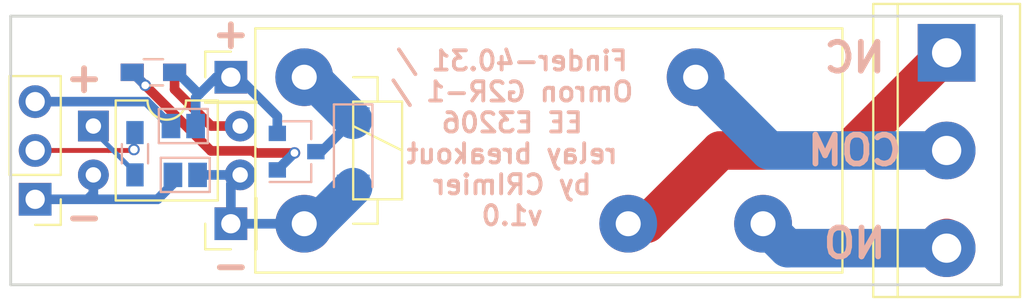
<source format=kicad_pcb>
(kicad_pcb (version 4) (host pcbnew 4.0.7)

  (general
    (links 20)
    (no_connects 2)
    (area 132.004999 102.159999 183.590001 116.280001)
    (thickness 1.6)
    (drawings 14)
    (tracks 63)
    (zones 0)
    (modules 13)
    (nets 13)
  )

  (page A4)
  (layers
    (0 F.Cu signal)
    (31 B.Cu signal)
    (32 B.Adhes user)
    (33 F.Adhes user)
    (34 B.Paste user)
    (35 F.Paste user)
    (36 B.SilkS user)
    (37 F.SilkS user)
    (38 B.Mask user)
    (39 F.Mask user)
    (40 Dwgs.User user)
    (41 Cmts.User user)
    (42 Eco1.User user)
    (43 Eco2.User user)
    (44 Edge.Cuts user)
    (45 Margin user)
    (46 B.CrtYd user)
    (47 F.CrtYd user)
    (48 B.Fab user hide)
    (49 F.Fab user hide)
  )

  (setup
    (last_trace_width 0.5)
    (user_trace_width 0.5)
    (user_trace_width 2)
    (trace_clearance 0.2)
    (zone_clearance 0.508)
    (zone_45_only no)
    (trace_min 0.2)
    (segment_width 0.2)
    (edge_width 0.15)
    (via_size 0.6)
    (via_drill 0.4)
    (via_min_size 0.4)
    (via_min_drill 0.3)
    (uvia_size 0.3)
    (uvia_drill 0.1)
    (uvias_allowed no)
    (uvia_min_size 0.2)
    (uvia_min_drill 0.1)
    (pcb_text_width 0.3)
    (pcb_text_size 1.5 1.5)
    (mod_edge_width 0.15)
    (mod_text_size 1 1)
    (mod_text_width 0.15)
    (pad_size 1.524 1.524)
    (pad_drill 0.762)
    (pad_to_mask_clearance 0.2)
    (aux_axis_origin 184.785 101.6)
    (grid_origin 184.785 101.6)
    (visible_elements 7FFFFFFF)
    (pcbplotparams
      (layerselection 0x010f0_80000001)
      (usegerberextensions true)
      (usegerberattributes true)
      (excludeedgelayer true)
      (linewidth 0.100000)
      (plotframeref false)
      (viasonmask false)
      (mode 1)
      (useauxorigin true)
      (hpglpennumber 1)
      (hpglpenspeed 20)
      (hpglpendiameter 15)
      (hpglpenoverlay 2)
      (psnegative false)
      (psa4output false)
      (plotreference false)
      (plotvalue false)
      (plotinvisibletext false)
      (padsonsilk false)
      (subtractmaskfromsilk false)
      (outputformat 1)
      (mirror false)
      (drillshape 0)
      (scaleselection 1)
      (outputdirectory gerbers/))
  )

  (net 0 "")
  (net 1 GND)
  (net 2 "Net-(J1-Pad2)")
  (net 3 VCC)
  (net 4 "Net-(J3-Pad1)")
  (net 5 "Net-(J3-Pad2)")
  (net 6 "Net-(J3-Pad3)")
  (net 7 "Net-(R1-Pad1)")
  (net 8 "Net-(D1-Pad1)")
  (net 9 "Net-(D1-Pad2)")
  (net 10 "Net-(J4-Pad1)")
  (net 11 "Net-(Q1-Pad1)")
  (net 12 "Net-(R2-Pad2)")

  (net_class Default "This is the default net class."
    (clearance 0.2)
    (trace_width 0.25)
    (via_dia 0.6)
    (via_drill 0.4)
    (uvia_dia 0.3)
    (uvia_drill 0.1)
    (add_net GND)
    (add_net "Net-(D1-Pad1)")
    (add_net "Net-(D1-Pad2)")
    (add_net "Net-(J1-Pad2)")
    (add_net "Net-(J3-Pad1)")
    (add_net "Net-(J3-Pad2)")
    (add_net "Net-(J3-Pad3)")
    (add_net "Net-(J4-Pad1)")
    (add_net "Net-(Q1-Pad1)")
    (add_net "Net-(R1-Pad1)")
    (add_net "Net-(R2-Pad2)")
    (add_net VCC)
  )

  (module Pin_Headers:Pin_Header_Straight_1x03_Pitch2.54mm (layer F.Cu) (tedit 5AA84F86) (tstamp 5AA84E29)
    (at 133.35 111.76 180)
    (descr "Through hole straight pin header, 1x03, 2.54mm pitch, single row")
    (tags "Through hole pin header THT 1x03 2.54mm single row")
    (path /5AA84B07)
    (fp_text reference J1 (at 0 -2.33 180) (layer F.SilkS) hide
      (effects (font (size 1 1) (thickness 0.15)))
    )
    (fp_text value Conn_01x03 (at 0 7.41 180) (layer F.Fab)
      (effects (font (size 1 1) (thickness 0.15)))
    )
    (fp_line (start -0.635 -1.27) (end 1.27 -1.27) (layer F.Fab) (width 0.1))
    (fp_line (start 1.27 -1.27) (end 1.27 6.35) (layer F.Fab) (width 0.1))
    (fp_line (start 1.27 6.35) (end -1.27 6.35) (layer F.Fab) (width 0.1))
    (fp_line (start -1.27 6.35) (end -1.27 -0.635) (layer F.Fab) (width 0.1))
    (fp_line (start -1.27 -0.635) (end -0.635 -1.27) (layer F.Fab) (width 0.1))
    (fp_line (start -1.33 6.41) (end 1.33 6.41) (layer F.SilkS) (width 0.12))
    (fp_line (start -1.33 1.27) (end -1.33 6.41) (layer F.SilkS) (width 0.12))
    (fp_line (start 1.33 1.27) (end 1.33 6.41) (layer F.SilkS) (width 0.12))
    (fp_line (start -1.33 1.27) (end 1.33 1.27) (layer F.SilkS) (width 0.12))
    (fp_line (start -1.33 0) (end -1.33 -1.33) (layer F.SilkS) (width 0.12))
    (fp_line (start -1.33 -1.33) (end 0 -1.33) (layer F.SilkS) (width 0.12))
    (fp_line (start -1.8 -1.8) (end -1.8 6.85) (layer F.CrtYd) (width 0.05))
    (fp_line (start -1.8 6.85) (end 1.8 6.85) (layer F.CrtYd) (width 0.05))
    (fp_line (start 1.8 6.85) (end 1.8 -1.8) (layer F.CrtYd) (width 0.05))
    (fp_line (start 1.8 -1.8) (end -1.8 -1.8) (layer F.CrtYd) (width 0.05))
    (fp_text user %R (at 0 2.54 270) (layer F.Fab)
      (effects (font (size 1 1) (thickness 0.15)))
    )
    (pad 1 thru_hole rect (at 0 0 180) (size 1.7 1.7) (drill 1) (layers *.Cu *.Mask)
      (net 1 GND))
    (pad 2 thru_hole oval (at 0 2.54 180) (size 1.7 1.7) (drill 1) (layers *.Cu *.Mask)
      (net 2 "Net-(J1-Pad2)"))
    (pad 3 thru_hole oval (at 0 5.08 180) (size 1.7 1.7) (drill 1) (layers *.Cu *.Mask)
      (net 3 VCC))
    (model ${KISYS3DMOD}/Pin_Headers.3dshapes/Pin_Header_Straight_1x03_Pitch2.54mm.wrl
      (at (xyz 0 0 0))
      (scale (xyz 1 1 1))
      (rotate (xyz 0 0 0))
    )
  )

  (module Terminal_Blocks:TerminalBlock_bornier-3_P5.08mm (layer F.Cu) (tedit 5AA84FA1) (tstamp 5AA84E46)
    (at 180.6702 104.14 270)
    (descr "simple 3-pin terminal block, pitch 5.08mm, revamped version of bornier3")
    (tags "terminal block bornier3")
    (path /5AA84F10)
    (fp_text reference J3 (at 5.05 -4.65 270) (layer F.SilkS) hide
      (effects (font (size 1 1) (thickness 0.15)))
    )
    (fp_text value Conn_01x03 (at 5.08 5.08 270) (layer F.Fab)
      (effects (font (size 1 1) (thickness 0.15)))
    )
    (fp_text user %R (at 5.08 0 270) (layer F.Fab)
      (effects (font (size 1 1) (thickness 0.15)))
    )
    (fp_line (start -2.47 2.55) (end 12.63 2.55) (layer F.Fab) (width 0.1))
    (fp_line (start -2.47 -3.75) (end 12.63 -3.75) (layer F.Fab) (width 0.1))
    (fp_line (start 12.63 -3.75) (end 12.63 3.75) (layer F.Fab) (width 0.1))
    (fp_line (start 12.63 3.75) (end -2.47 3.75) (layer F.Fab) (width 0.1))
    (fp_line (start -2.47 3.75) (end -2.47 -3.75) (layer F.Fab) (width 0.1))
    (fp_line (start -2.54 3.81) (end -2.54 -3.81) (layer F.SilkS) (width 0.12))
    (fp_line (start 12.7 3.81) (end 12.7 -3.81) (layer F.SilkS) (width 0.12))
    (fp_line (start -2.54 2.54) (end 12.7 2.54) (layer F.SilkS) (width 0.12))
    (fp_line (start -2.54 -3.81) (end 12.7 -3.81) (layer F.SilkS) (width 0.12))
    (fp_line (start -2.54 3.81) (end 12.7 3.81) (layer F.SilkS) (width 0.12))
    (fp_line (start -2.72 -4) (end 12.88 -4) (layer F.CrtYd) (width 0.05))
    (fp_line (start -2.72 -4) (end -2.72 4) (layer F.CrtYd) (width 0.05))
    (fp_line (start 12.88 4) (end 12.88 -4) (layer F.CrtYd) (width 0.05))
    (fp_line (start 12.88 4) (end -2.72 4) (layer F.CrtYd) (width 0.05))
    (pad 1 thru_hole rect (at 0 0 270) (size 3 3) (drill 1.52) (layers *.Cu *.Mask)
      (net 4 "Net-(J3-Pad1)"))
    (pad 2 thru_hole circle (at 5.08 0 270) (size 3 3) (drill 1.52) (layers *.Cu *.Mask)
      (net 5 "Net-(J3-Pad2)"))
    (pad 3 thru_hole circle (at 10.16 0 270) (size 3 3) (drill 1.52) (layers *.Cu *.Mask)
      (net 6 "Net-(J3-Pad3)"))
    (model ${KISYS3DMOD}/Terminal_Blocks.3dshapes/TerminalBlock_bornier-3_P5.08mm.wrl
      (at (xyz 0.2 0 0))
      (scale (xyz 1 1 1))
      (rotate (xyz 0 0 0))
    )
  )

  (module Connect:GS2 (layer B.Cu) (tedit 5AA84F9E) (tstamp 5AA84E4C)
    (at 141.0412 107.95 270)
    (descr "2-pin solder bridge")
    (tags "solder bridge")
    (path /5AA84DD1)
    (attr smd)
    (fp_text reference JP1 (at 1.78 0 360) (layer B.SilkS) hide
      (effects (font (size 1 1) (thickness 0.15)) (justify mirror))
    )
    (fp_text value Jumper (at -1.8 0 540) (layer B.Fab)
      (effects (font (size 1 1) (thickness 0.15)) (justify mirror))
    )
    (fp_line (start 1.1 1.45) (end 1.1 -1.5) (layer B.CrtYd) (width 0.05))
    (fp_line (start 1.1 -1.5) (end -1.1 -1.5) (layer B.CrtYd) (width 0.05))
    (fp_line (start -1.1 -1.5) (end -1.1 1.45) (layer B.CrtYd) (width 0.05))
    (fp_line (start -1.1 1.45) (end 1.1 1.45) (layer B.CrtYd) (width 0.05))
    (fp_line (start -0.89 1.27) (end -0.89 -1.27) (layer B.SilkS) (width 0.12))
    (fp_line (start 0.89 -1.27) (end 0.89 1.27) (layer B.SilkS) (width 0.12))
    (fp_line (start 0.89 -1.27) (end -0.89 -1.27) (layer B.SilkS) (width 0.12))
    (fp_line (start -0.89 1.27) (end 0.89 1.27) (layer B.SilkS) (width 0.12))
    (pad 1 smd rect (at 0 0.64 270) (size 1.27 0.97) (layers B.Cu B.Paste B.Mask)
      (net 3 VCC))
    (pad 2 smd rect (at 0 -0.64 270) (size 1.27 0.97) (layers B.Cu B.Paste B.Mask)
      (net 10 "Net-(J4-Pad1)"))
  )

  (module Connect:GS2 (layer B.Cu) (tedit 5AA84F90) (tstamp 5AA84E52)
    (at 141.1428 110.49 270)
    (descr "2-pin solder bridge")
    (tags "solder bridge")
    (path /5AA84D40)
    (attr smd)
    (fp_text reference JP2 (at 1.78 0 360) (layer B.SilkS) hide
      (effects (font (size 1 1) (thickness 0.15)) (justify mirror))
    )
    (fp_text value Jumper (at -1.8 0 540) (layer B.Fab)
      (effects (font (size 1 1) (thickness 0.15)) (justify mirror))
    )
    (fp_line (start 1.1 1.45) (end 1.1 -1.5) (layer B.CrtYd) (width 0.05))
    (fp_line (start 1.1 -1.5) (end -1.1 -1.5) (layer B.CrtYd) (width 0.05))
    (fp_line (start -1.1 -1.5) (end -1.1 1.45) (layer B.CrtYd) (width 0.05))
    (fp_line (start -1.1 1.45) (end 1.1 1.45) (layer B.CrtYd) (width 0.05))
    (fp_line (start -0.89 1.27) (end -0.89 -1.27) (layer B.SilkS) (width 0.12))
    (fp_line (start 0.89 -1.27) (end 0.89 1.27) (layer B.SilkS) (width 0.12))
    (fp_line (start 0.89 -1.27) (end -0.89 -1.27) (layer B.SilkS) (width 0.12))
    (fp_line (start -0.89 1.27) (end 0.89 1.27) (layer B.SilkS) (width 0.12))
    (pad 1 smd rect (at 0 0.64 270) (size 1.27 0.97) (layers B.Cu B.Paste B.Mask)
      (net 1 GND))
    (pad 2 smd rect (at 0 -0.64 270) (size 1.27 0.97) (layers B.Cu B.Paste B.Mask)
      (net 9 "Net-(D1-Pad2)"))
  )

  (module Relays_ThroughHole:Relay_SPDT_Finder_40.31 (layer F.Cu) (tedit 5AA84FA4) (tstamp 5AA84E73)
    (at 147.32 105.41)
    (descr "Relay SPDT Finder 40.31 Pitch 3.5mm, https://www.finder-relais.net/de/finder-relais-serie-40.pdf")
    (tags "Relay SPDT Finder 40.31 Pitch 3.5mm")
    (path /5AA84A1A)
    (fp_text reference K1 (at 13.97 -3.81) (layer F.SilkS) hide
      (effects (font (size 1 1) (thickness 0.15)))
    )
    (fp_text value FINDER-40.31 (at 12.192 11.43) (layer F.Fab)
      (effects (font (size 1 1) (thickness 0.15)))
    )
    (fp_line (start 0 1.8) (end 0 5.8) (layer F.Fab) (width 0.12))
    (fp_line (start -2.5 -2.5) (end 27.5 -2.5) (layer F.Fab) (width 0.12))
    (fp_line (start 27.5 -2.5) (end 27.5 10.1) (layer F.Fab) (width 0.12))
    (fp_line (start 27.5 10.1) (end -2.5 10.1) (layer F.Fab) (width 0.12))
    (fp_line (start -2.5 10.1) (end -2.5 -2.5) (layer F.Fab) (width 0.12))
    (fp_text user %R (at 12.065 3.81) (layer F.Fab)
      (effects (font (size 1 1) (thickness 0.15)))
    )
    (fp_line (start 28.2 -2.78) (end 28.2 10.42) (layer F.CrtYd) (width 0.05))
    (fp_line (start -2.8 -2.78) (end 28.2 -2.78) (layer F.CrtYd) (width 0.05))
    (fp_line (start -2.8 10.42) (end -2.8 -2.78) (layer F.CrtYd) (width 0.05))
    (fp_line (start 28.2 10.42) (end -2.8 10.42) (layer F.CrtYd) (width 0.05))
    (fp_line (start 2.54 2.54) (end 5.08 3.81) (layer F.SilkS) (width 0.12))
    (fp_line (start 3.81 6.35) (end 3.81 7.62) (layer F.SilkS) (width 0.12))
    (fp_line (start 3.81 7.62) (end 2.54 7.62) (layer F.SilkS) (width 0.12))
    (fp_line (start 2.54 0) (end 3.81 0) (layer F.SilkS) (width 0.12))
    (fp_line (start 3.81 0) (end 3.81 1.27) (layer F.SilkS) (width 0.12))
    (fp_line (start 3.81 1.27) (end 5.08 1.27) (layer F.SilkS) (width 0.12))
    (fp_line (start 5.08 1.27) (end 5.08 6.35) (layer F.SilkS) (width 0.12))
    (fp_line (start 5.08 6.35) (end 2.54 6.35) (layer F.SilkS) (width 0.12))
    (fp_line (start 2.54 6.35) (end 2.54 1.27) (layer F.SilkS) (width 0.12))
    (fp_line (start 2.54 1.27) (end 3.81 1.27) (layer F.SilkS) (width 0.12))
    (fp_line (start -2.54 -2.54) (end 27.94 -2.54) (layer F.SilkS) (width 0.12))
    (fp_line (start 27.94 -2.54) (end 27.94 10.16) (layer F.SilkS) (width 0.12))
    (fp_line (start 27.94 10.16) (end -2.54 10.16) (layer F.SilkS) (width 0.12))
    (fp_line (start -2.54 10.16) (end -2.54 -2.54) (layer F.SilkS) (width 0.12))
    (pad A1 thru_hole circle (at 0 0) (size 3 3) (drill 1.3) (layers *.Cu *.Mask)
      (net 8 "Net-(D1-Pad1)"))
    (pad A2 thru_hole circle (at 0 7.62) (size 3 3) (drill 1.3) (layers *.Cu *.Mask)
      (net 9 "Net-(D1-Pad2)"))
    (pad 11 thru_hole circle (at 20.32 0) (size 3 3) (drill 1.3) (layers *.Cu *.Mask)
      (net 5 "Net-(J3-Pad2)"))
    (pad 14 thru_hole circle (at 23.82 7.62) (size 3 3) (drill 1.3) (layers *.Cu *.Mask)
      (net 6 "Net-(J3-Pad3)"))
    (pad 12 thru_hole circle (at 16.82 7.62) (size 3 3) (drill 1.3) (layers *.Cu *.Mask)
      (net 4 "Net-(J3-Pad1)"))
    (model ${KISYS3DMOD}/Relays_THT.3dshapes/Relay_SPDT_Finder_40.31.wrl
      (at (xyz 0 0 0))
      (scale (xyz 1 1 1))
      (rotate (xyz 0 0 0))
    )
  )

  (module Resistors_SMD:R_0603_HandSoldering (layer B.Cu) (tedit 5AA84F9B) (tstamp 5AA84E84)
    (at 138.5316 109.39 90)
    (descr "Resistor SMD 0603, hand soldering")
    (tags "resistor 0603")
    (path /5AA84C19)
    (attr smd)
    (fp_text reference R1 (at 0 1.45 90) (layer B.SilkS) hide
      (effects (font (size 1 1) (thickness 0.15)) (justify mirror))
    )
    (fp_text value 1k (at 0 -1.55 90) (layer B.Fab)
      (effects (font (size 1 1) (thickness 0.15)) (justify mirror))
    )
    (fp_text user %R (at 0 0 90) (layer B.Fab)
      (effects (font (size 0.4 0.4) (thickness 0.075)) (justify mirror))
    )
    (fp_line (start -0.8 -0.4) (end -0.8 0.4) (layer B.Fab) (width 0.1))
    (fp_line (start 0.8 -0.4) (end -0.8 -0.4) (layer B.Fab) (width 0.1))
    (fp_line (start 0.8 0.4) (end 0.8 -0.4) (layer B.Fab) (width 0.1))
    (fp_line (start -0.8 0.4) (end 0.8 0.4) (layer B.Fab) (width 0.1))
    (fp_line (start 0.5 -0.68) (end -0.5 -0.68) (layer B.SilkS) (width 0.12))
    (fp_line (start -0.5 0.68) (end 0.5 0.68) (layer B.SilkS) (width 0.12))
    (fp_line (start -1.96 0.7) (end 1.95 0.7) (layer B.CrtYd) (width 0.05))
    (fp_line (start -1.96 0.7) (end -1.96 -0.7) (layer B.CrtYd) (width 0.05))
    (fp_line (start 1.95 -0.7) (end 1.95 0.7) (layer B.CrtYd) (width 0.05))
    (fp_line (start 1.95 -0.7) (end -1.96 -0.7) (layer B.CrtYd) (width 0.05))
    (pad 1 smd rect (at -1.1 0 90) (size 1.2 0.9) (layers B.Cu B.Paste B.Mask)
      (net 7 "Net-(R1-Pad1)"))
    (pad 2 smd rect (at 1.1 0 90) (size 1.2 0.9) (layers B.Cu B.Paste B.Mask)
      (net 2 "Net-(J1-Pad2)"))
    (model ${KISYS3DMOD}/Resistors_SMD.3dshapes/R_0603.wrl
      (at (xyz 0 0 0))
      (scale (xyz 1 1 1))
      (rotate (xyz 0 0 0))
    )
  )

  (module Housings_DIP:DIP-4_W7.62mm (layer F.Cu) (tedit 5AA84F94) (tstamp 5AA84E8C)
    (at 136.3726 107.95)
    (descr "4-lead though-hole mounted DIP package, row spacing 7.62 mm (300 mils)")
    (tags "THT DIP DIL PDIP 2.54mm 7.62mm 300mil")
    (path /5AA84B5A)
    (fp_text reference U1 (at 3.81 -2.33) (layer F.SilkS) hide
      (effects (font (size 1 1) (thickness 0.15)))
    )
    (fp_text value PC817 (at 3.81 4.87) (layer F.Fab)
      (effects (font (size 1 1) (thickness 0.15)))
    )
    (fp_arc (start 3.81 -1.33) (end 2.81 -1.33) (angle -180) (layer F.SilkS) (width 0.12))
    (fp_line (start 1.635 -1.27) (end 6.985 -1.27) (layer F.Fab) (width 0.1))
    (fp_line (start 6.985 -1.27) (end 6.985 3.81) (layer F.Fab) (width 0.1))
    (fp_line (start 6.985 3.81) (end 0.635 3.81) (layer F.Fab) (width 0.1))
    (fp_line (start 0.635 3.81) (end 0.635 -0.27) (layer F.Fab) (width 0.1))
    (fp_line (start 0.635 -0.27) (end 1.635 -1.27) (layer F.Fab) (width 0.1))
    (fp_line (start 2.81 -1.33) (end 1.16 -1.33) (layer F.SilkS) (width 0.12))
    (fp_line (start 1.16 -1.33) (end 1.16 3.87) (layer F.SilkS) (width 0.12))
    (fp_line (start 1.16 3.87) (end 6.46 3.87) (layer F.SilkS) (width 0.12))
    (fp_line (start 6.46 3.87) (end 6.46 -1.33) (layer F.SilkS) (width 0.12))
    (fp_line (start 6.46 -1.33) (end 4.81 -1.33) (layer F.SilkS) (width 0.12))
    (fp_line (start -1.1 -1.55) (end -1.1 4.1) (layer F.CrtYd) (width 0.05))
    (fp_line (start -1.1 4.1) (end 8.7 4.1) (layer F.CrtYd) (width 0.05))
    (fp_line (start 8.7 4.1) (end 8.7 -1.55) (layer F.CrtYd) (width 0.05))
    (fp_line (start 8.7 -1.55) (end -1.1 -1.55) (layer F.CrtYd) (width 0.05))
    (fp_text user %R (at 3.81 1.27) (layer F.Fab)
      (effects (font (size 1 1) (thickness 0.15)))
    )
    (pad 1 thru_hole rect (at 0 0) (size 1.6 1.6) (drill 0.8) (layers *.Cu *.Mask)
      (net 7 "Net-(R1-Pad1)"))
    (pad 3 thru_hole oval (at 7.62 2.54) (size 1.6 1.6) (drill 0.8) (layers *.Cu *.Mask)
      (net 9 "Net-(D1-Pad2)"))
    (pad 2 thru_hole oval (at 0 2.54) (size 1.6 1.6) (drill 0.8) (layers *.Cu *.Mask)
      (net 1 GND))
    (pad 4 thru_hole oval (at 7.62 0) (size 1.6 1.6) (drill 0.8) (layers *.Cu *.Mask)
      (net 12 "Net-(R2-Pad2)"))
    (model ${KISYS3DMOD}/Housings_DIP.3dshapes/DIP-4_W7.62mm.wrl
      (at (xyz 0 0 0))
      (scale (xyz 1 1 1))
      (rotate (xyz 0 0 0))
    )
  )

  (module Pin_Headers:Pin_Header_Straight_1x01_Pitch2.54mm (layer F.Cu) (tedit 5AA84F92) (tstamp 5AA8500F)
    (at 143.51 113.03 90)
    (descr "Through hole straight pin header, 1x01, 2.54mm pitch, single row")
    (tags "Through hole pin header THT 1x01 2.54mm single row")
    (path /5AA85134)
    (fp_text reference J2 (at 0 -2.33 90) (layer F.SilkS) hide
      (effects (font (size 1 1) (thickness 0.15)))
    )
    (fp_text value Conn_01x01 (at 0 2.33 90) (layer F.Fab)
      (effects (font (size 1 1) (thickness 0.15)))
    )
    (fp_line (start -0.635 -1.27) (end 1.27 -1.27) (layer F.Fab) (width 0.1))
    (fp_line (start 1.27 -1.27) (end 1.27 1.27) (layer F.Fab) (width 0.1))
    (fp_line (start 1.27 1.27) (end -1.27 1.27) (layer F.Fab) (width 0.1))
    (fp_line (start -1.27 1.27) (end -1.27 -0.635) (layer F.Fab) (width 0.1))
    (fp_line (start -1.27 -0.635) (end -0.635 -1.27) (layer F.Fab) (width 0.1))
    (fp_line (start -1.33 1.33) (end 1.33 1.33) (layer F.SilkS) (width 0.12))
    (fp_line (start -1.33 1.27) (end -1.33 1.33) (layer F.SilkS) (width 0.12))
    (fp_line (start 1.33 1.27) (end 1.33 1.33) (layer F.SilkS) (width 0.12))
    (fp_line (start -1.33 1.27) (end 1.33 1.27) (layer F.SilkS) (width 0.12))
    (fp_line (start -1.33 0) (end -1.33 -1.33) (layer F.SilkS) (width 0.12))
    (fp_line (start -1.33 -1.33) (end 0 -1.33) (layer F.SilkS) (width 0.12))
    (fp_line (start -1.8 -1.8) (end -1.8 1.8) (layer F.CrtYd) (width 0.05))
    (fp_line (start -1.8 1.8) (end 1.8 1.8) (layer F.CrtYd) (width 0.05))
    (fp_line (start 1.8 1.8) (end 1.8 -1.8) (layer F.CrtYd) (width 0.05))
    (fp_line (start 1.8 -1.8) (end -1.8 -1.8) (layer F.CrtYd) (width 0.05))
    (fp_text user %R (at 0 0 180) (layer F.Fab)
      (effects (font (size 1 1) (thickness 0.15)))
    )
    (pad 1 thru_hole rect (at 0 0 90) (size 1.7 1.7) (drill 1) (layers *.Cu *.Mask)
      (net 9 "Net-(D1-Pad2)"))
    (model ${KISYS3DMOD}/Pin_Headers.3dshapes/Pin_Header_Straight_1x01_Pitch2.54mm.wrl
      (at (xyz 0 0 0))
      (scale (xyz 1 1 1))
      (rotate (xyz 0 0 0))
    )
  )

  (module Pin_Headers:Pin_Header_Straight_1x01_Pitch2.54mm (layer F.Cu) (tedit 5AA84F97) (tstamp 5AA85037)
    (at 143.51 105.41)
    (descr "Through hole straight pin header, 1x01, 2.54mm pitch, single row")
    (tags "Through hole pin header THT 1x01 2.54mm single row")
    (path /5AA850DF)
    (fp_text reference J4 (at 0 -2.33) (layer F.SilkS) hide
      (effects (font (size 1 1) (thickness 0.15)))
    )
    (fp_text value Conn_01x01 (at 0 2.33) (layer F.Fab)
      (effects (font (size 1 1) (thickness 0.15)))
    )
    (fp_line (start -0.635 -1.27) (end 1.27 -1.27) (layer F.Fab) (width 0.1))
    (fp_line (start 1.27 -1.27) (end 1.27 1.27) (layer F.Fab) (width 0.1))
    (fp_line (start 1.27 1.27) (end -1.27 1.27) (layer F.Fab) (width 0.1))
    (fp_line (start -1.27 1.27) (end -1.27 -0.635) (layer F.Fab) (width 0.1))
    (fp_line (start -1.27 -0.635) (end -0.635 -1.27) (layer F.Fab) (width 0.1))
    (fp_line (start -1.33 1.33) (end 1.33 1.33) (layer F.SilkS) (width 0.12))
    (fp_line (start -1.33 1.27) (end -1.33 1.33) (layer F.SilkS) (width 0.12))
    (fp_line (start 1.33 1.27) (end 1.33 1.33) (layer F.SilkS) (width 0.12))
    (fp_line (start -1.33 1.27) (end 1.33 1.27) (layer F.SilkS) (width 0.12))
    (fp_line (start -1.33 0) (end -1.33 -1.33) (layer F.SilkS) (width 0.12))
    (fp_line (start -1.33 -1.33) (end 0 -1.33) (layer F.SilkS) (width 0.12))
    (fp_line (start -1.8 -1.8) (end -1.8 1.8) (layer F.CrtYd) (width 0.05))
    (fp_line (start -1.8 1.8) (end 1.8 1.8) (layer F.CrtYd) (width 0.05))
    (fp_line (start 1.8 1.8) (end 1.8 -1.8) (layer F.CrtYd) (width 0.05))
    (fp_line (start 1.8 -1.8) (end -1.8 -1.8) (layer F.CrtYd) (width 0.05))
    (fp_text user %R (at 0 0 90) (layer F.Fab)
      (effects (font (size 1 1) (thickness 0.15)))
    )
    (pad 1 thru_hole rect (at 0 0) (size 1.7 1.7) (drill 1) (layers *.Cu *.Mask)
      (net 10 "Net-(J4-Pad1)"))
    (model ${KISYS3DMOD}/Pin_Headers.3dshapes/Pin_Header_Straight_1x01_Pitch2.54mm.wrl
      (at (xyz 0 0 0))
      (scale (xyz 1 1 1))
      (rotate (xyz 0 0 0))
    )
  )

  (module Diodes_SMD:D_MiniMELF (layer B.Cu) (tedit 5AA84F8C) (tstamp 5AA8515D)
    (at 149.86 109.375 270)
    (descr "Diode Mini-MELF")
    (tags "Diode Mini-MELF")
    (path /5AA8523E)
    (attr smd)
    (fp_text reference D1 (at 0 2 270) (layer B.SilkS) hide
      (effects (font (size 1 1) (thickness 0.15)) (justify mirror))
    )
    (fp_text value D_Small (at 0 -1.75 270) (layer B.Fab)
      (effects (font (size 1 1) (thickness 0.15)) (justify mirror))
    )
    (fp_text user %R (at 0 2 270) (layer B.Fab)
      (effects (font (size 1 1) (thickness 0.15)) (justify mirror))
    )
    (fp_line (start 1.75 1) (end -2.55 1) (layer B.SilkS) (width 0.12))
    (fp_line (start -2.55 1) (end -2.55 -1) (layer B.SilkS) (width 0.12))
    (fp_line (start -2.55 -1) (end 1.75 -1) (layer B.SilkS) (width 0.12))
    (fp_line (start 1.65 0.8) (end 1.65 -0.8) (layer B.Fab) (width 0.1))
    (fp_line (start 1.65 -0.8) (end -1.65 -0.8) (layer B.Fab) (width 0.1))
    (fp_line (start -1.65 -0.8) (end -1.65 0.8) (layer B.Fab) (width 0.1))
    (fp_line (start -1.65 0.8) (end 1.65 0.8) (layer B.Fab) (width 0.1))
    (fp_line (start 0.25 0) (end 0.75 0) (layer B.Fab) (width 0.1))
    (fp_line (start 0.25 -0.4) (end -0.35 0) (layer B.Fab) (width 0.1))
    (fp_line (start 0.25 0.4) (end 0.25 -0.4) (layer B.Fab) (width 0.1))
    (fp_line (start -0.35 0) (end 0.25 0.4) (layer B.Fab) (width 0.1))
    (fp_line (start -0.35 0) (end -0.35 -0.55) (layer B.Fab) (width 0.1))
    (fp_line (start -0.35 0) (end -0.35 0.55) (layer B.Fab) (width 0.1))
    (fp_line (start -0.75 0) (end -0.35 0) (layer B.Fab) (width 0.1))
    (fp_line (start -2.65 1.1) (end 2.65 1.1) (layer B.CrtYd) (width 0.05))
    (fp_line (start 2.65 1.1) (end 2.65 -1.1) (layer B.CrtYd) (width 0.05))
    (fp_line (start 2.65 -1.1) (end -2.65 -1.1) (layer B.CrtYd) (width 0.05))
    (fp_line (start -2.65 -1.1) (end -2.65 1.1) (layer B.CrtYd) (width 0.05))
    (pad 1 smd rect (at -1.75 0 270) (size 1.3 1.7) (layers B.Cu B.Paste B.Mask)
      (net 8 "Net-(D1-Pad1)"))
    (pad 2 smd rect (at 1.75 0 270) (size 1.3 1.7) (layers B.Cu B.Paste B.Mask)
      (net 9 "Net-(D1-Pad2)"))
    (model ${KISYS3DMOD}/Diodes_SMD.3dshapes/D_MiniMELF.wrl
      (at (xyz 0 0 0))
      (scale (xyz 1 1 1))
      (rotate (xyz 0 0 0))
    )
  )

  (module TO_SOT_Packages_SMD:SOT-23 (layer B.Cu) (tedit 5AE47F70) (tstamp 5AE47F03)
    (at 146.923 109.281)
    (descr "SOT-23, Standard")
    (tags SOT-23)
    (path /5AE47F6A)
    (attr smd)
    (fp_text reference Q1 (at 0 2.5) (layer B.SilkS) hide
      (effects (font (size 1 1) (thickness 0.15)) (justify mirror))
    )
    (fp_text value Q_PNP_BEC (at 0 -2.5) (layer B.Fab)
      (effects (font (size 1 1) (thickness 0.15)) (justify mirror))
    )
    (fp_text user %R (at 0 0 270) (layer B.Fab)
      (effects (font (size 0.5 0.5) (thickness 0.075)) (justify mirror))
    )
    (fp_line (start -0.7 0.95) (end -0.7 -1.5) (layer B.Fab) (width 0.1))
    (fp_line (start -0.15 1.52) (end 0.7 1.52) (layer B.Fab) (width 0.1))
    (fp_line (start -0.7 0.95) (end -0.15 1.52) (layer B.Fab) (width 0.1))
    (fp_line (start 0.7 1.52) (end 0.7 -1.52) (layer B.Fab) (width 0.1))
    (fp_line (start -0.7 -1.52) (end 0.7 -1.52) (layer B.Fab) (width 0.1))
    (fp_line (start 0.76 -1.58) (end 0.76 -0.65) (layer B.SilkS) (width 0.12))
    (fp_line (start 0.76 1.58) (end 0.76 0.65) (layer B.SilkS) (width 0.12))
    (fp_line (start -1.7 1.75) (end 1.7 1.75) (layer B.CrtYd) (width 0.05))
    (fp_line (start 1.7 1.75) (end 1.7 -1.75) (layer B.CrtYd) (width 0.05))
    (fp_line (start 1.7 -1.75) (end -1.7 -1.75) (layer B.CrtYd) (width 0.05))
    (fp_line (start -1.7 -1.75) (end -1.7 1.75) (layer B.CrtYd) (width 0.05))
    (fp_line (start 0.76 1.58) (end -1.4 1.58) (layer B.SilkS) (width 0.12))
    (fp_line (start 0.76 -1.58) (end -0.7 -1.58) (layer B.SilkS) (width 0.12))
    (pad 1 smd rect (at -1 0.95) (size 0.9 0.8) (layers B.Cu B.Paste B.Mask)
      (net 11 "Net-(Q1-Pad1)"))
    (pad 2 smd rect (at -1 -0.95) (size 0.9 0.8) (layers B.Cu B.Paste B.Mask)
      (net 10 "Net-(J4-Pad1)"))
    (pad 3 smd rect (at 1 0) (size 0.9 0.8) (layers B.Cu B.Paste B.Mask)
      (net 8 "Net-(D1-Pad1)"))
    (model ${KISYS3DMOD}/TO_SOT_Packages_SMD.3dshapes/SOT-23.wrl
      (at (xyz 0 0 0))
      (scale (xyz 1 1 1))
      (rotate (xyz 0 0 0))
    )
  )

  (module Resistors_SMD:R_0603_HandSoldering (layer F.Cu) (tedit 5AE47F68) (tstamp 5AE47F09)
    (at 139.489 105.156)
    (descr "Resistor SMD 0603, hand soldering")
    (tags "resistor 0603")
    (path /5AE48100)
    (attr smd)
    (fp_text reference R2 (at 0 -1.45) (layer F.SilkS) hide
      (effects (font (size 1 1) (thickness 0.15)))
    )
    (fp_text value 1k (at 0 1.55) (layer F.Fab)
      (effects (font (size 1 1) (thickness 0.15)))
    )
    (fp_text user %R (at 0 0) (layer F.Fab)
      (effects (font (size 0.4 0.4) (thickness 0.075)))
    )
    (fp_line (start -0.8 0.4) (end -0.8 -0.4) (layer F.Fab) (width 0.1))
    (fp_line (start 0.8 0.4) (end -0.8 0.4) (layer F.Fab) (width 0.1))
    (fp_line (start 0.8 -0.4) (end 0.8 0.4) (layer F.Fab) (width 0.1))
    (fp_line (start -0.8 -0.4) (end 0.8 -0.4) (layer F.Fab) (width 0.1))
    (fp_line (start 0.5 0.68) (end -0.5 0.68) (layer F.SilkS) (width 0.12))
    (fp_line (start -0.5 -0.68) (end 0.5 -0.68) (layer F.SilkS) (width 0.12))
    (fp_line (start -1.96 -0.7) (end 1.95 -0.7) (layer F.CrtYd) (width 0.05))
    (fp_line (start -1.96 -0.7) (end -1.96 0.7) (layer F.CrtYd) (width 0.05))
    (fp_line (start 1.95 0.7) (end 1.95 -0.7) (layer F.CrtYd) (width 0.05))
    (fp_line (start 1.95 0.7) (end -1.96 0.7) (layer F.CrtYd) (width 0.05))
    (pad 1 smd rect (at -1.1 0) (size 1.2 0.9) (layers F.Cu F.Paste F.Mask)
      (net 11 "Net-(Q1-Pad1)"))
    (pad 2 smd rect (at 1.1 0) (size 1.2 0.9) (layers F.Cu F.Paste F.Mask)
      (net 12 "Net-(R2-Pad2)"))
    (model ${KISYS3DMOD}/Resistors_SMD.3dshapes/R_0603.wrl
      (at (xyz 0 0 0))
      (scale (xyz 1 1 1))
      (rotate (xyz 0 0 0))
    )
  )

  (module Resistors_SMD:R_0603_HandSoldering (layer B.Cu) (tedit 5AE47F6B) (tstamp 5AE47F8B)
    (at 139.489 105.156)
    (descr "Resistor SMD 0603, hand soldering")
    (tags "resistor 0603")
    (path /5AE483DA)
    (attr smd)
    (fp_text reference R3 (at 0 1.45) (layer B.SilkS) hide
      (effects (font (size 1 1) (thickness 0.15)) (justify mirror))
    )
    (fp_text value 1k (at 0 -1.55) (layer B.Fab)
      (effects (font (size 1 1) (thickness 0.15)) (justify mirror))
    )
    (fp_text user %R (at 0 0) (layer B.Fab)
      (effects (font (size 0.4 0.4) (thickness 0.075)) (justify mirror))
    )
    (fp_line (start -0.8 -0.4) (end -0.8 0.4) (layer B.Fab) (width 0.1))
    (fp_line (start 0.8 -0.4) (end -0.8 -0.4) (layer B.Fab) (width 0.1))
    (fp_line (start 0.8 0.4) (end 0.8 -0.4) (layer B.Fab) (width 0.1))
    (fp_line (start -0.8 0.4) (end 0.8 0.4) (layer B.Fab) (width 0.1))
    (fp_line (start 0.5 -0.68) (end -0.5 -0.68) (layer B.SilkS) (width 0.12))
    (fp_line (start -0.5 0.68) (end 0.5 0.68) (layer B.SilkS) (width 0.12))
    (fp_line (start -1.96 0.7) (end 1.95 0.7) (layer B.CrtYd) (width 0.05))
    (fp_line (start -1.96 0.7) (end -1.96 -0.7) (layer B.CrtYd) (width 0.05))
    (fp_line (start 1.95 -0.7) (end 1.95 0.7) (layer B.CrtYd) (width 0.05))
    (fp_line (start 1.95 -0.7) (end -1.96 -0.7) (layer B.CrtYd) (width 0.05))
    (pad 1 smd rect (at -1.1 0) (size 1.2 0.9) (layers B.Cu B.Paste B.Mask)
      (net 11 "Net-(Q1-Pad1)"))
    (pad 2 smd rect (at 1.1 0) (size 1.2 0.9) (layers B.Cu B.Paste B.Mask)
      (net 10 "Net-(J4-Pad1)"))
    (model ${KISYS3DMOD}/Resistors_SMD.3dshapes/R_0603.wrl
      (at (xyz 0 0 0))
      (scale (xyz 1 1 1))
      (rotate (xyz 0 0 0))
    )
  )

  (gr_text - (at 135.89 112.649) (layer B.SilkS) (tstamp 5AA8526E)
    (effects (font (size 1.5 1.5) (thickness 0.3)) (justify mirror))
  )
  (gr_text - (at 135.89 112.649) (layer F.SilkS) (tstamp 5AA8526D)
    (effects (font (size 1.5 1.5) (thickness 0.3)))
  )
  (gr_text - (at 143.51 115.189) (layer B.SilkS) (tstamp 5AA8526C)
    (effects (font (size 1.5 1.5) (thickness 0.3)) (justify mirror))
  )
  (gr_text - (at 143.51 115.189) (layer F.SilkS) (tstamp 5AA8526B)
    (effects (font (size 1.5 1.5) (thickness 0.3)))
  )
  (gr_text + (at 143.51 103.124) (layer B.SilkS) (tstamp 5AA85265)
    (effects (font (size 1.5 1.5) (thickness 0.3)) (justify mirror))
  )
  (gr_text + (at 143.51 103.124) (layer F.SilkS) (tstamp 5AA85264)
    (effects (font (size 1.5 1.5) (thickness 0.3)))
  )
  (gr_text + (at 135.89 105.41) (layer F.SilkS) (tstamp 5AA8525A)
    (effects (font (size 1.5 1.5) (thickness 0.3)))
  )
  (gr_text + (at 135.89 105.41) (layer B.SilkS)
    (effects (font (size 1.5 1.5) (thickness 0.3)) (justify mirror))
  )
  (gr_text "NC\n\nCOM\n\nNO" (at 175.895 109.22) (layer B.SilkS)
    (effects (font (size 1.5 1.5) (thickness 0.3)) (justify mirror))
  )
  (gr_text "Finder-40.31 /\nOmron G2R-1 /\nEE E3206\nrelay breakout\nby CRImier\nv1.0" (at 158.115 108.585) (layer B.SilkS)
    (effects (font (size 1 1) (thickness 0.2)) (justify mirror))
  )
  (gr_line (start 132.08 102.235) (end 183.515 102.235) (layer Edge.Cuts) (width 0.15))
  (gr_line (start 132.08 116.205) (end 132.08 102.235) (layer Edge.Cuts) (width 0.15))
  (gr_line (start 183.515 116.205) (end 132.08 116.205) (layer Edge.Cuts) (width 0.15))
  (gr_line (start 183.515 102.235) (end 183.515 116.205) (layer Edge.Cuts) (width 0.15))

  (segment (start 133.35 111.76) (end 136.525 111.76) (width 0.5) (layer B.Cu) (net 1))
  (segment (start 136.525 111.76) (end 139.7 111.76) (width 0.5) (layer B.Cu) (net 1))
  (segment (start 136.3726 110.49) (end 136.3726 111.6076) (width 0.5) (layer B.Cu) (net 1))
  (segment (start 136.3726 111.6076) (end 136.525 111.76) (width 0.5) (layer B.Cu) (net 1))
  (segment (start 140.5028 110.49) (end 140.5028 110.9572) (width 0.5) (layer B.Cu) (net 1))
  (segment (start 140.5028 110.9572) (end 140.335 111.125) (width 0.5) (layer B.Cu) (net 1))
  (segment (start 139.7 111.76) (end 140.335 111.125) (width 0.5) (layer B.Cu) (net 1))
  (segment (start 135.89 111.76) (end 139.7 111.76) (width 0.25) (layer B.Cu) (net 1))
  (segment (start 136.3726 111.2774) (end 135.89 111.76) (width 0.25) (layer B.Cu) (net 1))
  (segment (start 135.89 111.76) (end 133.35 111.76) (width 0.25) (layer B.Cu) (net 1))
  (segment (start 136.3726 110.49) (end 136.3726 111.2774) (width 0.25) (layer B.Cu) (net 1))
  (segment (start 138.478242 109.171758) (end 138.478242 108.343358) (width 0.25) (layer B.Cu) (net 2))
  (segment (start 138.478242 108.343358) (end 138.5316 108.29) (width 0.25) (layer B.Cu) (net 2))
  (segment (start 137.16 109.22) (end 138.43 109.22) (width 0.25) (layer F.Cu) (net 2))
  (segment (start 138.43 109.22) (end 138.478242 109.171758) (width 0.25) (layer F.Cu) (net 2))
  (via (at 138.478242 109.171758) (size 0.6) (drill 0.4) (layers F.Cu B.Cu) (net 2))
  (segment (start 133.35 109.22) (end 137.16 109.22) (width 0.25) (layer F.Cu) (net 2))
  (segment (start 133.35 106.68) (end 139.1312 106.68) (width 0.5) (layer B.Cu) (net 3))
  (segment (start 139.1312 106.68) (end 140.4012 107.95) (width 0.5) (layer B.Cu) (net 3))
  (segment (start 168.91 109.22) (end 175.5902 109.22) (width 2) (layer F.Cu) (net 4))
  (segment (start 175.5902 109.22) (end 180.6702 104.14) (width 2) (layer F.Cu) (net 4))
  (segment (start 165.1 113.03) (end 168.91 109.22) (width 2) (layer F.Cu) (net 4))
  (segment (start 164.14 113.03) (end 165.1 113.03) (width 2) (layer F.Cu) (net 4))
  (segment (start 180.6702 109.22) (end 171.45 109.22) (width 2) (layer B.Cu) (net 5))
  (segment (start 171.45 109.22) (end 167.64 105.41) (width 2) (layer B.Cu) (net 5))
  (segment (start 180.6702 114.3) (end 172.41 114.3) (width 2) (layer B.Cu) (net 6))
  (segment (start 172.41 114.3) (end 171.14 113.03) (width 2) (layer B.Cu) (net 6))
  (segment (start 180.657802 113.778998) (end 180.6702 113.7666) (width 2) (layer F.Cu) (net 6))
  (segment (start 138.5316 110.49) (end 138.5316 110.352461) (width 0.25) (layer B.Cu) (net 7))
  (segment (start 138.5316 110.352461) (end 136.3726 108.193461) (width 0.25) (layer B.Cu) (net 7))
  (segment (start 136.3726 108.193461) (end 136.3726 107.95) (width 0.25) (layer B.Cu) (net 7))
  (segment (start 147.923 109.281) (end 148.204 109.281) (width 0.5) (layer B.Cu) (net 8))
  (segment (start 148.204 109.281) (end 149.86 107.625) (width 0.5) (layer B.Cu) (net 8))
  (segment (start 147.32 105.41) (end 147.645 105.41) (width 2) (layer B.Cu) (net 8))
  (segment (start 147.645 105.41) (end 149.86 107.625) (width 2) (layer B.Cu) (net 8))
  (segment (start 143.51 113.03) (end 147.32 113.03) (width 0.5) (layer B.Cu) (net 9))
  (segment (start 143.51 113.03) (end 143.51 110.9726) (width 0.5) (layer B.Cu) (net 9))
  (segment (start 143.51 110.9726) (end 143.9926 110.49) (width 0.5) (layer B.Cu) (net 9))
  (segment (start 141.7828 110.49) (end 143.9926 110.49) (width 0.5) (layer B.Cu) (net 9))
  (segment (start 147.32 113.03) (end 147.955 113.03) (width 2) (layer B.Cu) (net 9))
  (segment (start 147.955 113.03) (end 149.86 111.125) (width 2) (layer B.Cu) (net 9))
  (segment (start 141.6812 106.482012) (end 141.864212 106.299) (width 0.5) (layer B.Cu) (net 10))
  (segment (start 141.864212 106.299) (end 142.753212 105.41) (width 0.5) (layer B.Cu) (net 10))
  (segment (start 140.589 105.156) (end 140.721212 105.156) (width 0.5) (layer B.Cu) (net 10))
  (segment (start 140.721212 105.156) (end 141.864212 106.299) (width 0.5) (layer B.Cu) (net 10))
  (segment (start 143.891 105.41) (end 145.923 107.442) (width 0.5) (layer B.Cu) (net 10))
  (segment (start 145.923 107.442) (end 145.923 108.331) (width 0.5) (layer B.Cu) (net 10))
  (segment (start 143.51 105.41) (end 143.891 105.41) (width 0.5) (layer B.Cu) (net 10))
  (segment (start 141.6812 107.95) (end 141.6812 106.482012) (width 0.5) (layer B.Cu) (net 10))
  (segment (start 142.753212 105.41) (end 143.51 105.41) (width 0.5) (layer B.Cu) (net 10))
  (segment (start 138.389 105.156) (end 139.065 105.832) (width 0.5) (layer F.Cu) (net 11))
  (segment (start 139.065 105.832) (end 142.472999 109.239999) (width 0.5) (layer F.Cu) (net 11))
  (segment (start 138.389 105.156) (end 139.065 105.832) (width 0.5) (layer B.Cu) (net 11))
  (via (at 139.065 105.832) (size 0.6) (drill 0.4) (layers F.Cu B.Cu) (net 11))
  (segment (start 146.812 109.347) (end 146.807 109.347) (width 0.5) (layer B.Cu) (net 11))
  (segment (start 146.807 109.347) (end 145.923 110.231) (width 0.5) (layer B.Cu) (net 11))
  (segment (start 144.672999 109.239999) (end 144.78 109.347) (width 0.5) (layer F.Cu) (net 11))
  (segment (start 144.78 109.347) (end 146.812 109.347) (width 0.5) (layer F.Cu) (net 11))
  (via (at 146.812 109.347) (size 0.6) (drill 0.4) (layers F.Cu B.Cu) (net 11))
  (segment (start 142.472999 109.239999) (end 144.672999 109.239999) (width 0.5) (layer F.Cu) (net 11))
  (segment (start 140.589 106.045) (end 142.494 107.95) (width 0.5) (layer F.Cu) (net 12))
  (segment (start 142.494 107.95) (end 143.9926 107.95) (width 0.5) (layer F.Cu) (net 12))
  (segment (start 140.589 105.156) (end 140.589 106.045) (width 0.5) (layer F.Cu) (net 12))

)

</source>
